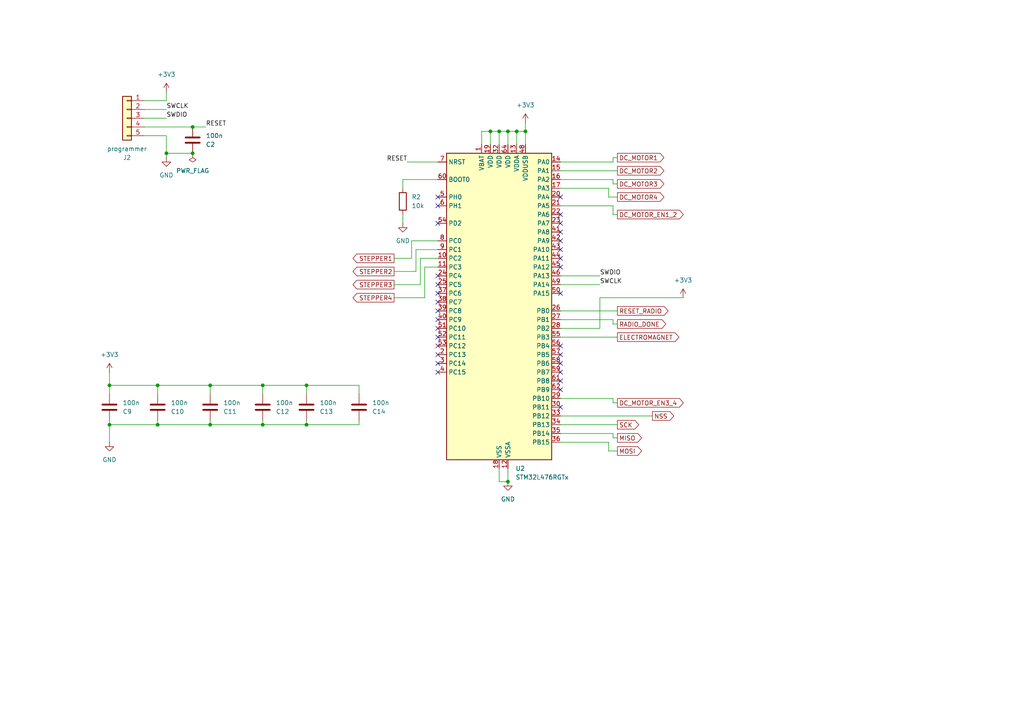
<source format=kicad_sch>
(kicad_sch (version 20231120) (generator "eeschema") (generator_version "8.0")
  (paper "A4")
  (title_block (title "On-board Controller") (date "2024-07-16") (rev "1"))
  (lib_symbols
    (symbol "Connector_Generic:Conn_01x05" (pin_names (offset 1.016) hide)
      (property "Reference" "J" (at 0 7.62 0))
      (property "Value" "Conn_01x05" (at 0 -7.62 0))
      (symbol "Conn_01x05_1_1"
        (rectangle (start -1.27 -4.953) (end 0 -5.207) (stroke (width 0.1524)))
        (rectangle (start -1.27 -2.413) (end 0 -2.667) (stroke (width 0.1524)))
        (rectangle (start -1.27 0.127) (end 0 -0.127) (stroke (width 0.1524)))
        (rectangle (start -1.27 2.667) (end 0 2.413) (stroke (width 0.1524)))
        (rectangle (start -1.27 5.207) (end 0 4.953) (stroke (width 0.1524)))
        (rectangle (start -1.27 6.35) (end 1.27 -6.35) (stroke (width 0.254)) (fill (type background)))
        (pin passive line (at -5.08 5.08 0) (length 3.81) (name "Pin_1") (number "1"))
        (pin passive line (at -5.08 2.54 0) (length 3.81) (name "Pin_2") (number "2"))
        (pin passive line (at -5.08 0 0) (length 3.81) (name "Pin_3") (number "3"))
        (pin passive line (at -5.08 -2.54 0) (length 3.81) (name "Pin_4") (number "4"))
        (pin passive line (at -5.08 -5.08 0) (length 3.81) (name "Pin_5") (number "5"))
      )
    )
    (symbol "Device:C" (pin_numbers hide) (pin_names (offset 0.254))
      (property "Reference" "C" (at 0.635 2.54 0))
      (property "Value" "C" (at 0.635 -2.54 0))
      (symbol "C_0_1"
        (polyline (pts (xy -2.032 -0.762) (xy 2.032 -0.762)) (stroke (width 0.508)))
        (polyline (pts (xy -2.032 0.762) (xy 2.032 0.762)) (stroke (width 0.508)))
      )
      (symbol "C_1_1"
        (pin passive line (at 0 3.81 270) (length 2.794) (name "~") (number "1"))
        (pin passive line (at 0 -3.81 90) (length 2.794) (name "~") (number "2"))
      )
    )
    (symbol "Device:R" (pin_numbers hide) (pin_names (offset 0))
      (property "Reference" "R" (at 2.032 0 90))
      (property "Value" "R" (at 0 0 90))
      (symbol "R_0_1"
        (rectangle (start -1.016 -2.54) (end 1.016 2.54) (stroke (width 0.254)))
      )
      (symbol "R_1_1"
        (pin passive line (at 0 3.81 270) (length 1.27) (name "~") (number "1"))
        (pin passive line (at 0 -3.81 90) (length 1.27) (name "~") (number "2"))
      )
    )
    (symbol "MCU_ST_STM32L4:STM32L476RGTx"
      (property "Reference" "U" (at -15.24 46.99 0))
      (property "Value" "STM32L476RGTx" (at 10.16 46.99 0))
      (symbol "STM32L476RGTx_0_1"
        (rectangle (start -15.24 -43.18) (end 15.24 45.72) (stroke (width 0.254)) (fill (type background)))
      )
      (symbol "STM32L476RGTx_1_1"
        (pin power_in line (at -5.08 48.26 270) (length 2.54) (name "VBAT") (number "1"))
        (pin bidirectional line (at -17.78 15.24 0) (length 2.54) (name "PC2") (number "10"))
        (pin bidirectional line (at -17.78 12.7 0) (length 2.54) (name "PC3") (number "11"))
        (pin power_in line (at 2.54 -45.72 90) (length 2.54) (name "VSSA") (number "12"))
        (pin power_in line (at 5.08 48.26 270) (length 2.54) (name "VDDA") (number "13"))
        (pin bidirectional line (at 17.78 43.18 180) (length 2.54) (name "PA0") (number "14"))
        (pin bidirectional line (at 17.78 40.64 180) (length 2.54) (name "PA1") (number "15"))
        (pin bidirectional line (at 17.78 38.1 180) (length 2.54) (name "PA2") (number "16"))
        (pin bidirectional line (at 17.78 35.56 180) (length 2.54) (name "PA3") (number "17"))
        (pin power_in line (at 0 -45.72 90) (length 2.54) (name "VSS") (number "18"))
        (pin power_in line (at -2.54 48.26 270) (length 2.54) (name "VDD") (number "19"))
        (pin bidirectional line (at -17.78 -12.7 0) (length 2.54) (name "PC13") (number "2"))
        (pin bidirectional line (at 17.78 33.02 180) (length 2.54) (name "PA4") (number "20"))
        (pin bidirectional line (at 17.78 30.48 180) (length 2.54) (name "PA5") (number "21"))
        (pin bidirectional line (at 17.78 27.94 180) (length 2.54) (name "PA6") (number "22"))
        (pin bidirectional line (at 17.78 25.4 180) (length 2.54) (name "PA7") (number "23"))
        (pin bidirectional line (at -17.78 10.16 0) (length 2.54) (name "PC4") (number "24"))
        (pin bidirectional line (at -17.78 7.62 0) (length 2.54) (name "PC5") (number "25"))
        (pin bidirectional line (at 17.78 0 180) (length 2.54) (name "PB0") (number "26"))
        (pin bidirectional line (at 17.78 -2.54 180) (length 2.54) (name "PB1") (number "27"))
        (pin bidirectional line (at 17.78 -5.08 180) (length 2.54) (name "PB2") (number "28"))
        (pin bidirectional line (at 17.78 -25.4 180) (length 2.54) (name "PB10") (number "29"))
        (pin bidirectional line (at -17.78 -15.24 0) (length 2.54) (name "PC14") (number "3"))
        (pin bidirectional line (at 17.78 -27.94 180) (length 2.54) (name "PB11") (number "30"))
        (pin passive line (at 0 -45.72 90) (length 2.54) hide (name "VSS") (number "31"))
        (pin power_in line (at 0 48.26 270) (length 2.54) (name "VDD") (number "32"))
        (pin bidirectional line (at 17.78 -30.48 180) (length 2.54) (name "PB12") (number "33"))
        (pin bidirectional line (at 17.78 -33.02 180) (length 2.54) (name "PB13") (number "34"))
        (pin bidirectional line (at 17.78 -35.56 180) (length 2.54) (name "PB14") (number "35"))
        (pin bidirectional line (at 17.78 -38.1 180) (length 2.54) (name "PB15") (number "36"))
        (pin bidirectional line (at -17.78 5.08 0) (length 2.54) (name "PC6") (number "37"))
        (pin bidirectional line (at -17.78 2.54 0) (length 2.54) (name "PC7") (number "38"))
        (pin bidirectional line (at -17.78 0 0) (length 2.54) (name "PC8") (number "39"))
        (pin bidirectional line (at -17.78 -17.78 0) (length 2.54) (name "PC15") (number "4"))
        (pin bidirectional line (at -17.78 -2.54 0) (length 2.54) (name "PC9") (number "40"))
        (pin bidirectional line (at 17.78 22.86 180) (length 2.54) (name "PA8") (number "41"))
        (pin bidirectional line (at 17.78 20.32 180) (length 2.54) (name "PA9") (number "42"))
        (pin bidirectional line (at 17.78 17.78 180) (length 2.54) (name "PA10") (number "43"))
        (pin bidirectional line (at 17.78 15.24 180) (length 2.54) (name "PA11") (number "44"))
        (pin bidirectional line (at 17.78 12.7 180) (length 2.54) (name "PA12") (number "45"))
        (pin bidirectional line (at 17.78 10.16 180) (length 2.54) (name "PA13") (number "46"))
        (pin passive line (at 0 -45.72 90) (length 2.54) hide (name "VSS") (number "47"))
        (pin power_in line (at 7.62 48.26 270) (length 2.54) (name "VDDUSB") (number "48"))
        (pin bidirectional line (at 17.78 7.62 180) (length 2.54) (name "PA14") (number "49"))
        (pin bidirectional line (at -17.78 33.02 0) (length 2.54) (name "PH0") (number "5"))
        (pin bidirectional line (at 17.78 5.08 180) (length 2.54) (name "PA15") (number "50"))
        (pin bidirectional line (at -17.78 -5.08 0) (length 2.54) (name "PC10") (number "51"))
        (pin bidirectional line (at -17.78 -7.62 0) (length 2.54) (name "PC11") (number "52"))
        (pin bidirectional line (at -17.78 -10.16 0) (length 2.54) (name "PC12") (number "53"))
        (pin bidirectional line (at -17.78 25.4 0) (length 2.54) (name "PD2") (number "54"))
        (pin bidirectional line (at 17.78 -7.62 180) (length 2.54) (name "PB3") (number "55"))
        (pin bidirectional line (at 17.78 -10.16 180) (length 2.54) (name "PB4") (number "56"))
        (pin bidirectional line (at 17.78 -12.7 180) (length 2.54) (name "PB5") (number "57"))
        (pin bidirectional line (at 17.78 -15.24 180) (length 2.54) (name "PB6") (number "58"))
        (pin bidirectional line (at 17.78 -17.78 180) (length 2.54) (name "PB7") (number "59"))
        (pin bidirectional line (at -17.78 30.48 0) (length 2.54) (name "PH1") (number "6"))
        (pin input line (at -17.78 38.1 0) (length 2.54) (name "BOOT0") (number "60"))
        (pin bidirectional line (at 17.78 -20.32 180) (length 2.54) (name "PB8") (number "61"))
        (pin bidirectional line (at 17.78 -22.86 180) (length 2.54) (name "PB9") (number "62"))
        (pin passive line (at 0 -45.72 90) (length 2.54) hide (name "VSS") (number "63"))
        (pin power_in line (at 2.54 48.26 270) (length 2.54) (name "VDD") (number "64"))
        (pin input line (at -17.78 43.18 0) (length 2.54) (name "NRST") (number "7"))
        (pin bidirectional line (at -17.78 20.32 0) (length 2.54) (name "PC0") (number "8"))
        (pin bidirectional line (at -17.78 17.78 0) (length 2.54) (name "PC1") (number "9"))
      )
    )
    (symbol "power:+3V3" (power) (pin_numbers hide) (pin_names (offset 0) hide)
      (property "Value" "+3V3" (at 0 3.556 0))
      (symbol "+3V3_0_1"
        (polyline (pts (xy -0.762 1.27) (xy 0 2.54)))
        (polyline (pts (xy 0 0) (xy 0 2.54)))
        (polyline (pts (xy 0 2.54) (xy 0.762 1.27)))
      )
      (symbol "+3V3_1_1"
        (pin power_in line (at 0 0 90) (length 0) (name "~") (number "1"))
      )
    )
    (symbol "power:GND" (power) (pin_numbers hide) (pin_names (offset 0) hide)
      (property "Value" "GND" (at 0 -3.81 0))
      (symbol "GND_0_1"
        (polyline (pts (xy 0 0) (xy 0 -1.27) (xy 1.27 -1.27) (xy 0 -2.54) (xy -1.27 -1.27) (xy 0 -1.27)))
      )
      (symbol "GND_1_1"
        (pin power_in line (at 0 0 270) (length 0) (name "~") (number "1"))
      )
    )
    (symbol "power:PWR_FLAG" (power) (pin_numbers hide) (pin_names (offset 0) hide)
      (property "Value" "PWR_FLAG" (at 0 3.81 0))
      (symbol "PWR_FLAG_0_0"
        (pin power_out line (at 0 0 90) (length 0) (name "~") (number "1"))
      )
      (symbol "PWR_FLAG_0_1"
        (polyline (pts (xy 0 0) (xy 0 1.27) (xy -1.016 1.905) (xy 0 2.54) (xy 1.016 1.905) (xy 0 1.27)))
      )
    )
  )
  (junction (at 45.72 111.76))
  (junction (at 60.96 111.76))
  (junction (at 55.88 44.45))
  (junction (at 76.2 123.19))
  (junction (at 144.78 38.1))
  (junction (at 45.72 123.19))
  (junction (at 147.32 38.1))
  (junction (at 149.86 38.1))
  (junction (at 88.9 111.76))
  (junction (at 48.26 44.45))
  (junction (at 152.4 38.1))
  (junction (at 60.96 123.19))
  (junction (at 142.24 38.1))
  (junction (at 31.75 111.76))
  (junction (at 88.9 123.19))
  (junction (at 55.88 36.83))
  (junction (at 147.32 139.7))
  (junction (at 31.75 123.19))
  (junction (at 76.2 111.76))
  (no_connect (at 127 82.55))
  (no_connect (at 127 59.69))
  (no_connect (at 162.56 105.41))
  (no_connect (at 162.56 113.03))
  (no_connect (at 162.56 62.23))
  (no_connect (at 127 102.87))
  (no_connect (at 162.56 77.47))
  (no_connect (at 127 90.17))
  (no_connect (at 162.56 100.33))
  (no_connect (at 127 107.95))
  (no_connect (at 162.56 102.87))
  (no_connect (at 162.56 64.77))
  (no_connect (at 127 64.77))
  (no_connect (at 127 57.15))
  (no_connect (at 162.56 57.15))
  (no_connect (at 127 87.63))
  (no_connect (at 127 105.41))
  (no_connect (at 162.56 85.09))
  (no_connect (at 127 92.71))
  (no_connect (at 127 85.09))
  (no_connect (at 162.56 110.49))
  (no_connect (at 162.56 67.31))
  (no_connect (at 162.56 72.39))
  (no_connect (at 162.56 69.85))
  (no_connect (at 162.56 74.93))
  (no_connect (at 162.56 118.11))
  (no_connect (at 127 97.79))
  (no_connect (at 127 100.33))
  (no_connect (at 127 95.25))
  (no_connect (at 127 80.01))
  (no_connect (at 162.56 107.95))
  (wire (pts (xy 116.84 62.23) (xy 116.84 64.77)))
  (wire (pts (xy 162.56 82.55) (xy 173.99 82.55)))
  (wire (pts (xy 177.8 53.34) (xy 179.07 53.34)))
  (wire (pts (xy 104.14 123.19) (xy 88.9 123.19)))
  (wire (pts (xy 162.56 46.99) (xy 177.8 46.99)))
  (wire (pts (xy 60.96 123.19) (xy 45.72 123.19)))
  (wire (pts (xy 162.56 90.17) (xy 179.07 90.17)))
  (wire (pts (xy 104.14 121.92) (xy 104.14 123.19)))
  (wire (pts (xy 118.11 46.99) (xy 127 46.99)))
  (wire (pts (xy 149.86 38.1) (xy 149.86 41.91)))
  (wire (pts (xy 147.32 38.1) (xy 147.32 41.91)))
  (wire (pts (xy 114.3 82.55) (xy 121.92 82.55)))
  (wire (pts (xy 45.72 111.76) (xy 60.96 111.76)))
  (wire (pts (xy 142.24 38.1) (xy 139.7 38.1)))
  (wire (pts (xy 60.96 111.76) (xy 76.2 111.76)))
  (wire (pts (xy 152.4 38.1) (xy 149.86 38.1)))
  (wire (pts (xy 152.4 41.91) (xy 152.4 38.1)))
  (wire (pts (xy 31.75 123.19) (xy 31.75 121.92)))
  (wire (pts (xy 147.32 135.89) (xy 147.32 139.7)))
  (wire (pts (xy 173.99 95.25) (xy 173.99 86.36)))
  (wire (pts (xy 76.2 111.76) (xy 76.2 114.3)))
  (wire (pts (xy 119.38 69.85) (xy 119.38 74.93)))
  (wire (pts (xy 48.26 44.45) (xy 48.26 45.72)))
  (wire (pts (xy 41.91 34.29) (xy 48.26 34.29)))
  (wire (pts (xy 147.32 38.1) (xy 144.78 38.1)))
  (wire (pts (xy 45.72 123.19) (xy 31.75 123.19)))
  (wire (pts (xy 55.88 36.83) (xy 59.69 36.83)))
  (wire (pts (xy 88.9 111.76) (xy 88.9 114.3)))
  (wire (pts (xy 144.78 38.1) (xy 144.78 41.91)))
  (wire (pts (xy 127 77.47) (xy 123.19 77.47)))
  (wire (pts (xy 162.56 54.61) (xy 176.53 54.61)))
  (wire (pts (xy 127 52.07) (xy 116.84 52.07)))
  (wire (pts (xy 31.75 111.76) (xy 45.72 111.76)))
  (wire (pts (xy 76.2 123.19) (xy 60.96 123.19)))
  (wire (pts (xy 162.56 52.07) (xy 177.8 52.07)))
  (wire (pts (xy 120.65 72.39) (xy 120.65 78.74)))
  (wire (pts (xy 147.32 139.7) (xy 144.78 139.7)))
  (wire (pts (xy 162.56 123.19) (xy 179.07 123.19)))
  (wire (pts (xy 177.8 59.69) (xy 162.56 59.69)))
  (wire (pts (xy 45.72 111.76) (xy 45.72 114.3)))
  (wire (pts (xy 177.8 116.84) (xy 179.07 116.84)))
  (wire (pts (xy 162.56 128.27) (xy 176.53 128.27)))
  (wire (pts (xy 76.2 121.92) (xy 76.2 123.19)))
  (wire (pts (xy 144.78 38.1) (xy 142.24 38.1)))
  (wire (pts (xy 116.84 52.07) (xy 116.84 54.61)))
  (wire (pts (xy 120.65 78.74) (xy 114.3 78.74)))
  (wire (pts (xy 152.4 35.56) (xy 152.4 38.1)))
  (wire (pts (xy 139.7 38.1) (xy 139.7 41.91)))
  (wire (pts (xy 177.8 46.99) (xy 177.8 45.72)))
  (wire (pts (xy 177.8 127) (xy 179.07 127)))
  (wire (pts (xy 60.96 121.92) (xy 60.96 123.19)))
  (wire (pts (xy 48.26 44.45) (xy 55.88 44.45)))
  (wire (pts (xy 48.26 26.67) (xy 48.26 29.21)))
  (wire (pts (xy 48.26 39.37) (xy 48.26 44.45)))
  (wire (pts (xy 127 74.93) (xy 121.92 74.93)))
  (wire (pts (xy 88.9 111.76) (xy 104.14 111.76)))
  (wire (pts (xy 123.19 77.47) (xy 123.19 86.36)))
  (wire (pts (xy 76.2 123.19) (xy 88.9 123.19)))
  (wire (pts (xy 45.72 123.19) (xy 45.72 121.92)))
  (wire (pts (xy 162.56 49.53) (xy 179.07 49.53)))
  (wire (pts (xy 142.24 38.1) (xy 142.24 41.91)))
  (wire (pts (xy 127 72.39) (xy 120.65 72.39)))
  (wire (pts (xy 177.8 62.23) (xy 177.8 59.69)))
  (wire (pts (xy 173.99 86.36) (xy 198.12 86.36)))
  (wire (pts (xy 176.53 57.15) (xy 179.07 57.15)))
  (wire (pts (xy 127 69.85) (xy 119.38 69.85)))
  (wire (pts (xy 41.91 36.83) (xy 55.88 36.83)))
  (wire (pts (xy 114.3 86.36) (xy 123.19 86.36)))
  (wire (pts (xy 88.9 121.92) (xy 88.9 123.19)))
  (wire (pts (xy 31.75 123.19) (xy 31.75 128.27)))
  (wire (pts (xy 149.86 38.1) (xy 147.32 38.1)))
  (wire (pts (xy 31.75 111.76) (xy 31.75 114.3)))
  (wire (pts (xy 119.38 74.93) (xy 114.3 74.93)))
  (wire (pts (xy 41.91 31.75) (xy 48.26 31.75)))
  (wire (pts (xy 41.91 39.37) (xy 48.26 39.37)))
  (wire (pts (xy 177.8 45.72) (xy 179.07 45.72)))
  (wire (pts (xy 177.8 52.07) (xy 177.8 53.34)))
  (wire (pts (xy 144.78 139.7) (xy 144.78 135.89)))
  (wire (pts (xy 162.56 80.01) (xy 173.99 80.01)))
  (wire (pts (xy 76.2 111.76) (xy 88.9 111.76)))
  (wire (pts (xy 162.56 125.73) (xy 177.8 125.73)))
  (wire (pts (xy 162.56 120.65) (xy 189.23 120.65)))
  (wire (pts (xy 41.91 29.21) (xy 48.26 29.21)))
  (wire (pts (xy 162.56 115.57) (xy 177.8 115.57)))
  (wire (pts (xy 162.56 95.25) (xy 173.99 95.25)))
  (wire (pts (xy 104.14 111.76) (xy 104.14 114.3)))
  (wire (pts (xy 177.8 62.23) (xy 179.07 62.23)))
  (wire (pts (xy 176.53 130.81) (xy 179.07 130.81)))
  (wire (pts (xy 60.96 111.76) (xy 60.96 114.3)))
  (wire (pts (xy 177.8 125.73) (xy 177.8 127)))
  (wire (pts (xy 162.56 97.79) (xy 179.07 97.79)))
  (wire (pts (xy 177.8 115.57) (xy 177.8 116.84)))
  (wire (pts (xy 162.56 92.71) (xy 177.8 92.71)))
  (wire (pts (xy 176.53 128.27) (xy 176.53 130.81)))
  (wire (pts (xy 177.8 93.98) (xy 179.07 93.98)))
  (wire (pts (xy 176.53 54.61) (xy 176.53 57.15)))
  (wire (pts (xy 177.8 92.71) (xy 177.8 93.98)))
  (wire (pts (xy 121.92 74.93) (xy 121.92 82.55)))
  (wire (pts (xy 31.75 107.95) (xy 31.75 111.76)))
  (label "SWCLK" (at 48.26 31.75 0))
  (label "SWDIO" (at 48.26 34.29 0))
  (label "SWDIO" (at 173.99 80.01 0))
  (label "SWCLK" (at 173.99 82.55 0))
  (label "RESET" (at 118.11 46.99 180))
  (label "RESET" (at 59.69 36.83 0))
  (global_label "ELECTROMAGNET" (shape output) (at 179.07 97.79 0) (property "Intersheetrefs" "${INTERSHEET_REFS}" (effects (hide yes))))
  (global_label "RADIO_DONE" (shape output) (at 179.07 93.98 0) (property "Intersheetrefs" "${INTERSHEET_REFS}" (effects (hide yes))))
  (global_label "STEPPER4" (shape output) (at 114.3 86.36 180) (property "Intersheetrefs" "${INTERSHEET_REFS}" (effects (hide yes))))
  (global_label "DC_MOTOR_EN1_2" (shape output) (at 179.07 62.23 0) (property "Intersheetrefs" "${INTERSHEET_REFS}" (effects (hide yes))))
  (global_label "DC_MOTOR_EN3_4" (shape output) (at 179.07 116.84 0) (property "Intersheetrefs" "${INTERSHEET_REFS}" (effects (hide yes))))
  (global_label "DC_MOTOR3" (shape output) (at 179.07 53.34 0) (property "Intersheetrefs" "${INTERSHEET_REFS}" (effects (hide yes))))
  (global_label "MISO" (shape output) (at 179.07 127 0) (property "Intersheetrefs" "${INTERSHEET_REFS}" (effects (hide yes))))
  (global_label "SCK" (shape output) (at 179.07 123.19 0) (property "Intersheetrefs" "${INTERSHEET_REFS}" (effects (hide yes))))
  (global_label "STEPPER1" (shape output) (at 114.3 74.93 180) (property "Intersheetrefs" "${INTERSHEET_REFS}" (effects (hide yes))))
  (global_label "MOSI" (shape output) (at 179.07 130.81 0) (property "Intersheetrefs" "${INTERSHEET_REFS}" (effects (hide yes))))
  (global_label "RESET_RADIO" (shape output) (at 179.07 90.17 0) (property "Intersheetrefs" "${INTERSHEET_REFS}" (effects (hide yes))))
  (global_label "NSS" (shape output) (at 189.23 120.65 0) (property "Intersheetrefs" "${INTERSHEET_REFS}" (effects (hide yes))))
  (global_label "DC_MOTOR1" (shape output) (at 179.07 45.72 0) (property "Intersheetrefs" "${INTERSHEET_REFS}" (effects (hide yes))))
  (global_label "DC_MOTOR4" (shape output) (at 179.07 57.15 0) (property "Intersheetrefs" "${INTERSHEET_REFS}" (effects (hide yes))))
  (global_label "STEPPER3" (shape output) (at 114.3 82.55 180) (property "Intersheetrefs" "${INTERSHEET_REFS}" (effects (hide yes))))
  (global_label "DC_MOTOR2" (shape output) (at 179.07 49.53 0) (property "Intersheetrefs" "${INTERSHEET_REFS}" (effects (hide yes))))
  (global_label "STEPPER2" (shape output) (at 114.3 78.74 180) (property "Intersheetrefs" "${INTERSHEET_REFS}" (effects (hide yes))))
  (symbol (lib_id "power:+3V3") (at 48.26 26.67 0) (mirror y) (unit 1)
    (property "Reference" "#PWR08" (effects (hide yes)))
    (property "Value" "+3V3" (at 48.26 21.59 0))
    (property "Description" "Power symbol creates a global label with name \"+3V3\"" (effects (hide yes)))
  )
  (symbol (lib_id "power:+3V3") (at 198.12 86.36 0) (unit 1)
    (property "Reference" "#PWR012" (effects (hide yes)))
    (property "Value" "+3V3" (at 198.12 81.28 0))
    (property "Description" "Power symbol creates a global label with name \"+3V3\"" (effects (hide yes)))
  )
  (symbol (lib_id "power:GND") (at 48.26 45.72 0) (mirror y) (unit 1)
    (property "Reference" "#PWR07" (effects (hide yes)))
    (property "Value" "GND" (at 48.26 50.8 0))
    (property "Description" "Power symbol creates a global label with name \"GND\" , ground" (effects (hide yes)))
  )
  (symbol (lib_id "power:GND") (at 31.75 128.27 0) (unit 1)
    (property "Reference" "#PWR028" (effects (hide yes)))
    (property "Value" "GND" (at 31.75 133.35 0))
    (property "Description" "Power symbol creates a global label with name \"GND\" , ground" (effects (hide yes)))
  )
  (symbol (lib_id "Device:C") (at 45.72 118.11 0) (mirror x) (unit 1)
    (property "Reference" "C10" (at 49.53 119.3801 0) (effects (justify left)))
    (property "Value" "100n" (at 49.53 116.8401 0) (effects (justify left)))
    (property "Footprint" "Capacitor_SMD:C_0805_2012Metric_Pad1.18x1.45mm_HandSolder" (effects (hide yes)))
    (property "Description" "Unpolarized capacitor" (effects (hide yes)))
  )
  (symbol (lib_id "MCU_ST_STM32L4:STM32L476RGTx") (at 144.78 90.17 0) (unit 1)
    (property "Reference" "U2" (at 149.5141 135.89 0) (effects (justify left)))
    (property "Value" "STM32L476RGTx" (at 149.5141 138.43 0) (effects (justify left)))
    (property "Footprint" "Package_QFP:LQFP-64_10x10mm_P0.5mm" (effects (hide yes)))
    (property "Datasheet" "https://www.st.com/resource/en/datasheet/stm32l476rg.pdf" (effects (hide yes)))
    (property "Description" "STMicroelectronics Arm Cortex-M4 MCU, 1024KB flash, 128KB RAM, 80 MHz, 1.71-3.6V, 51 GPIO, LQFP64" (effects (hide yes)))
  )
  (symbol (lib_id "power:+3V3") (at 152.4 35.56 0) (unit 1)
    (property "Reference" "#PWR011" (effects (hide yes)))
    (property "Value" "+3V3" (at 152.4 30.48 0))
    (property "Description" "Power symbol creates a global label with name \"+3V3\"" (effects (hide yes)))
  )
  (symbol (lib_id "Device:R") (at 116.84 58.42 0) (unit 1)
    (property "Reference" "R2" (at 119.38 57.1499 0) (effects (justify left)))
    (property "Value" "10k" (at 119.38 59.6899 0) (effects (justify left)))
    (property "Footprint" "Resistor_SMD:R_0805_2012Metric_Pad1.20x1.40mm_HandSolder" (effects (hide yes)))
    (property "Description" "Resistor" (effects (hide yes)))
  )
  (symbol (lib_id "Device:C") (at 60.96 118.11 0) (mirror x) (unit 1)
    (property "Reference" "C11" (at 64.77 119.3801 0) (effects (justify left)))
    (property "Value" "100n" (at 64.77 116.8401 0) (effects (justify left)))
    (property "Footprint" "Capacitor_SMD:C_0805_2012Metric_Pad1.18x1.45mm_HandSolder" (effects (hide yes)))
    (property "Description" "Unpolarized capacitor" (effects (hide yes)))
  )
  (symbol (lib_id "Device:C") (at 76.2 118.11 0) (mirror x) (unit 1)
    (property "Reference" "C12" (at 80.01 119.3801 0) (effects (justify left)))
    (property "Value" "100n" (at 80.01 116.8401 0) (effects (justify left)))
    (property "Footprint" "Capacitor_SMD:C_0805_2012Metric_Pad1.18x1.45mm_HandSolder" (effects (hide yes)))
    (property "Description" "Unpolarized capacitor" (effects (hide yes)))
  )
  (symbol (lib_id "power:GND") (at 147.32 139.7 0) (unit 1)
    (property "Reference" "#PWR010" (effects (hide yes)))
    (property "Value" "GND" (at 147.32 144.78 0))
    (property "Description" "Power symbol creates a global label with name \"GND\" , ground" (effects (hide yes)))
  )
  (symbol (lib_id "power:GND") (at 116.84 64.77 0) (unit 1)
    (property "Reference" "#PWR09" (effects (hide yes)))
    (property "Value" "GND" (at 116.84 69.85 0))
    (property "Description" "Power symbol creates a global label with name \"GND\" , ground" (effects (hide yes)))
  )
  (symbol (lib_id "Connector_Generic:Conn_01x05") (at 36.83 34.29 0) (mirror y) (unit 1)
    (property "Reference" "J2" (at 36.83 45.72 0))
    (property "Value" "programmer" (at 36.83 43.18 0))
    (property "Footprint" "Connector_PinSocket_2.54mm:PinSocket_1x05_P2.54mm_Vertical" (effects (hide yes)))
    (property "Description" "Generic connector, single row, 01x05, script generated (kicad-library-utils/schlib/autogen/connector/)" (effects (hide yes)))
  )
  (symbol (lib_id "Device:C") (at 31.75 118.11 0) (mirror x) (unit 1)
    (property "Reference" "C9" (at 35.56 119.3801 0) (effects (justify left)))
    (property "Value" "100n" (at 35.56 116.8401 0) (effects (justify left)))
    (property "Footprint" "Capacitor_SMD:C_0805_2012Metric_Pad1.18x1.45mm_HandSolder" (effects (hide yes)))
    (property "Description" "Unpolarized capacitor" (effects (hide yes)))
  )
  (symbol (lib_id "power:PWR_FLAG") (at 55.88 44.45 180) (unit 1)
    (property "Reference" "#FLG04" (effects (hide yes)))
    (property "Value" "PWR_FLAG" (at 55.88 49.53 0))
    (property "Description" "Special symbol for telling ERC where power comes from" (effects (hide yes)))
  )
  (symbol (lib_id "power:+3V3") (at 31.75 107.95 0) (unit 1)
    (property "Reference" "#PWR027" (effects (hide yes)))
    (property "Value" "+3V3" (at 31.75 102.87 0))
    (property "Description" "Power symbol creates a global label with name \"+3V3\"" (effects (hide yes)))
  )
  (symbol (lib_id "Device:C") (at 88.9 118.11 0) (mirror x) (unit 1)
    (property "Reference" "C13" (at 92.71 119.3801 0) (effects (justify left)))
    (property "Value" "100n" (at 92.71 116.8401 0) (effects (justify left)))
    (property "Footprint" "Capacitor_SMD:C_0805_2012Metric_Pad1.18x1.45mm_HandSolder" (effects (hide yes)))
    (property "Description" "Unpolarized capacitor" (effects (hide yes)))
  )
  (symbol (lib_id "Device:C") (at 55.88 40.64 0) (mirror x) (unit 1)
    (property "Reference" "C2" (at 59.69 41.9101 0) (effects (justify left)))
    (property "Value" "100n" (at 59.69 39.3701 0) (effects (justify left)))
    (property "Footprint" "Capacitor_SMD:C_0805_2012Metric_Pad1.18x1.45mm_HandSolder" (effects (hide yes)))
    (property "Description" "Unpolarized capacitor" (effects (hide yes)))
  )
  (symbol (lib_id "Device:C") (at 104.14 118.11 0) (mirror x) (unit 1)
    (property "Reference" "C14" (at 107.95 119.3801 0) (effects (justify left)))
    (property "Value" "100n" (at 107.95 116.8401 0) (effects (justify left)))
    (property "Footprint" "Capacitor_SMD:C_0805_2012Metric_Pad1.18x1.45mm_HandSolder" (effects (hide yes)))
    (property "Description" "Unpolarized capacitor" (effects (hide yes)))
  )
)
</source>
